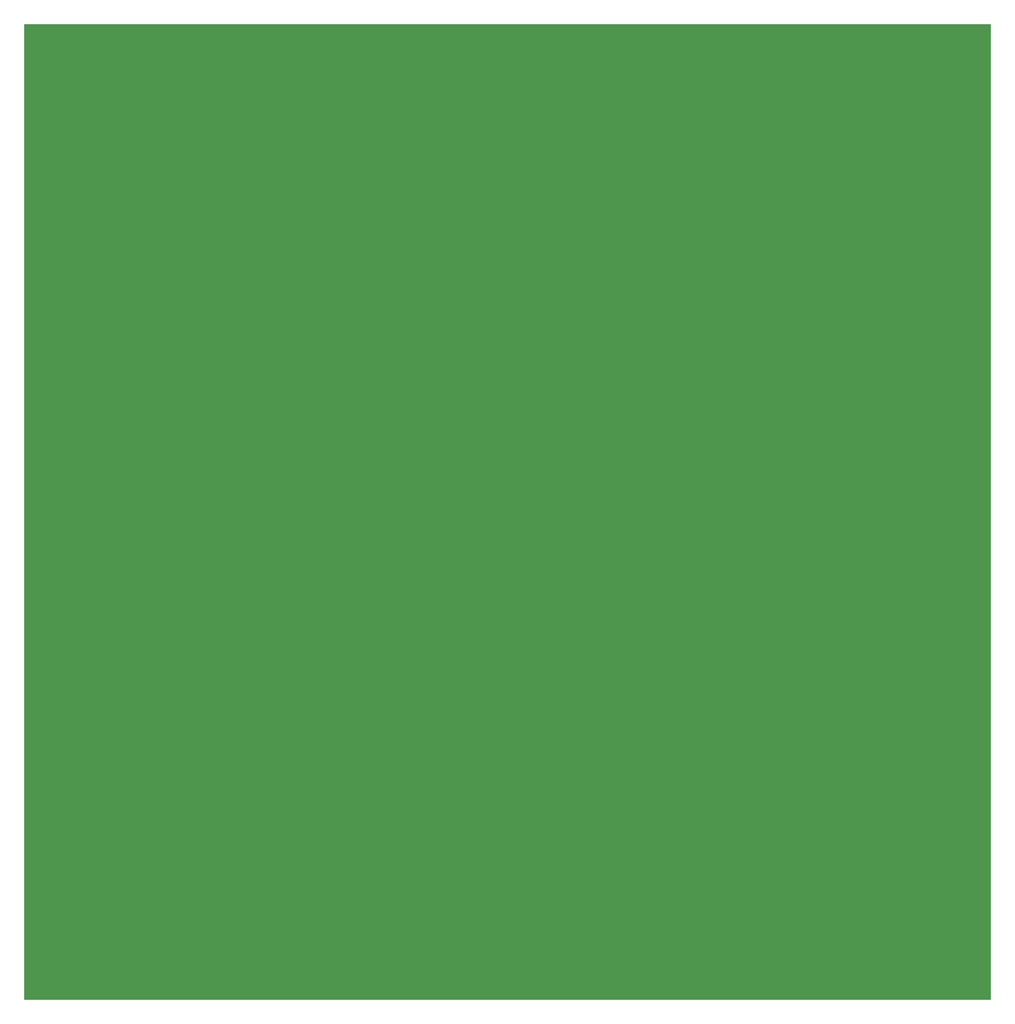
<source format=gbr>
G04 CAM350 V10.2.0 (Build 386) Date:  Sat Feb 01 15:25:50 2025 *
G04 Database: c:\users\comp1\desktop\ajinkya_\gerber data\round 115\round_pcb1.cam *
G04 Layer 44: Layer_44 *
%FSLAX24Y24*%
%MOIN*%
%SFA1.000B1.000*%

%MIA0B0*%
%IPPOS*%
%LNLayer_44*%
%LPD*%
G36*
X-22638Y-22638D02*
G01Y23031D01*
X22638*
Y-22638*
X-22638*
G37*
M02*

</source>
